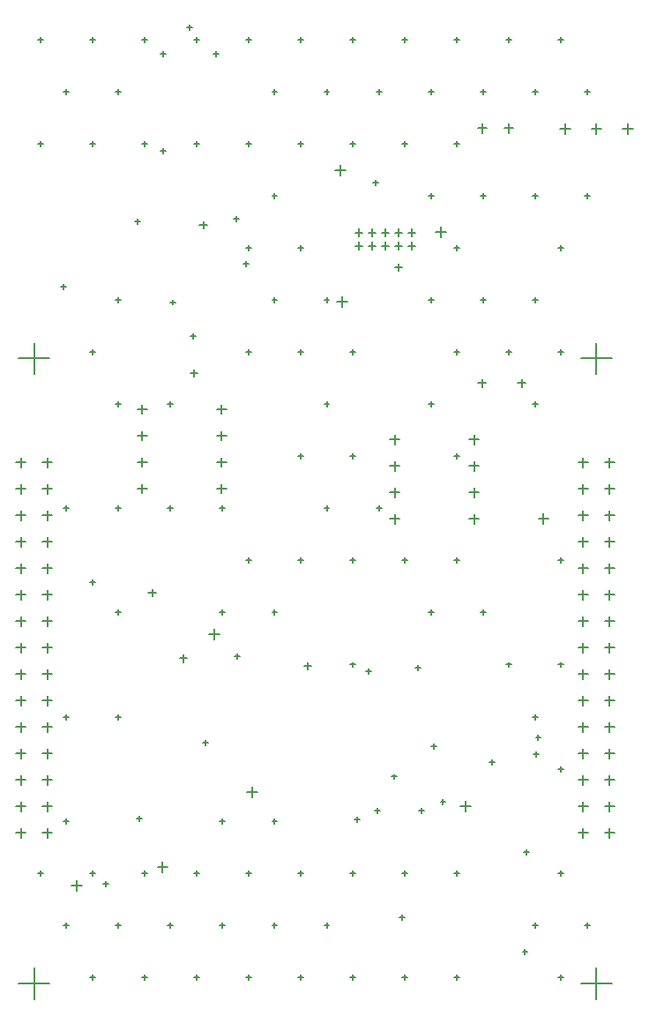
<source format=gbr>
G04 Layer_Color=128*
%FSLAX26Y26*%
%MOIN*%
%TF.FileFunction,Drillmap*%
%TF.Part,Single*%
G01*
G75*
%TA.AperFunction,NonConductor*%
%ADD53C,0.005000*%
D53*
X283780Y-2142522D02*
X323150D01*
X303465Y-2162207D02*
Y-2122837D01*
X578780Y-1057522D02*
X618150D01*
X598465Y-1077207D02*
Y-1037837D01*
X-189685Y260998D02*
X-150315D01*
X-170000Y241313D02*
Y280683D01*
X-1186220Y-2442522D02*
X-1146850D01*
X-1166535Y-2462207D02*
Y-2422837D01*
X660669Y415825D02*
X700039D01*
X680354Y396140D02*
Y435510D01*
X778780Y415825D02*
X818150D01*
X798465Y396140D02*
Y435510D01*
X896890Y415825D02*
X936260D01*
X916575Y396140D02*
Y435510D01*
X-861220Y-2372522D02*
X-821850D01*
X-841535Y-2392207D02*
Y-2352837D01*
X189315Y26998D02*
X228685D01*
X209000Y7313D02*
Y46683D01*
X-665992Y-1494207D02*
X-626622D01*
X-646307Y-1513892D02*
Y-1474522D01*
X-522992Y-2089207D02*
X-483622D01*
X-503307Y-2108892D02*
Y-2069522D01*
X-181685Y-235002D02*
X-142315D01*
X-162000Y-254687D02*
Y-215317D01*
X830452Y-2244018D02*
X866476D01*
X848464Y-2262030D02*
Y-2226006D01*
X830452Y-2144018D02*
X866476D01*
X848464Y-2162030D02*
Y-2126006D01*
X830452Y-2044018D02*
X866476D01*
X848464Y-2062030D02*
Y-2026006D01*
X830452Y-1944018D02*
X866476D01*
X848464Y-1962030D02*
Y-1926006D01*
X830452Y-1844018D02*
X866476D01*
X848464Y-1862030D02*
Y-1826006D01*
X830452Y-1744018D02*
X866476D01*
X848464Y-1762030D02*
Y-1726006D01*
X830452Y-1644018D02*
X866476D01*
X848464Y-1662030D02*
Y-1626006D01*
X830452Y-1544018D02*
X866476D01*
X848464Y-1562030D02*
Y-1526006D01*
X830452Y-1444018D02*
X866476D01*
X848464Y-1462030D02*
Y-1426006D01*
X830452Y-1344018D02*
X866476D01*
X848464Y-1362030D02*
Y-1326006D01*
X830452Y-1244018D02*
X866476D01*
X848464Y-1262030D02*
Y-1226006D01*
X830452Y-1144018D02*
X866476D01*
X848464Y-1162030D02*
Y-1126006D01*
X830452Y-1044018D02*
X866476D01*
X848464Y-1062030D02*
Y-1026006D01*
X830452Y-944018D02*
X866476D01*
X848464Y-962030D02*
Y-926006D01*
X830452Y-844018D02*
X866476D01*
X848464Y-862030D02*
Y-826006D01*
X730452Y-2244018D02*
X766476D01*
X748464Y-2262030D02*
Y-2226006D01*
X730452Y-2144018D02*
X766476D01*
X748464Y-2162030D02*
Y-2126006D01*
X730452Y-2044018D02*
X766476D01*
X748464Y-2062030D02*
Y-2026006D01*
X730452Y-1944018D02*
X766476D01*
X748464Y-1962030D02*
Y-1926006D01*
X730452Y-1844018D02*
X766476D01*
X748464Y-1862030D02*
Y-1826006D01*
X730452Y-1744018D02*
X766476D01*
X748464Y-1762030D02*
Y-1726006D01*
X730452Y-1644018D02*
X766476D01*
X748464Y-1662030D02*
Y-1626006D01*
X730452Y-1544018D02*
X766476D01*
X748464Y-1562030D02*
Y-1526006D01*
X730452Y-1444018D02*
X766476D01*
X748464Y-1462030D02*
Y-1426006D01*
X730452Y-1344018D02*
X766476D01*
X748464Y-1362030D02*
Y-1326006D01*
X730452Y-1244018D02*
X766476D01*
X748464Y-1262030D02*
Y-1226006D01*
X730452Y-1144018D02*
X766476D01*
X748464Y-1162030D02*
Y-1126006D01*
X730452Y-1044018D02*
X766476D01*
X748464Y-1062030D02*
Y-1026006D01*
X730452Y-944018D02*
X766476D01*
X748464Y-962030D02*
Y-926006D01*
X730452Y-844018D02*
X766476D01*
X748464Y-862030D02*
Y-826006D01*
X-1395532Y-844018D02*
X-1359508D01*
X-1377520Y-862030D02*
Y-826006D01*
X-1395532Y-944018D02*
X-1359508D01*
X-1377520Y-962030D02*
Y-926006D01*
X-1395532Y-1044018D02*
X-1359508D01*
X-1377520Y-1062030D02*
Y-1026006D01*
X-1395532Y-1144018D02*
X-1359508D01*
X-1377520Y-1162030D02*
Y-1126006D01*
X-1395532Y-1244018D02*
X-1359508D01*
X-1377520Y-1262030D02*
Y-1226006D01*
X-1395532Y-1344018D02*
X-1359508D01*
X-1377520Y-1362030D02*
Y-1326006D01*
X-1395532Y-1444018D02*
X-1359508D01*
X-1377520Y-1462030D02*
Y-1426006D01*
X-1395532Y-1544018D02*
X-1359508D01*
X-1377520Y-1562030D02*
Y-1526006D01*
X-1395532Y-1644018D02*
X-1359508D01*
X-1377520Y-1662030D02*
Y-1626006D01*
X-1395532Y-1744018D02*
X-1359508D01*
X-1377520Y-1762030D02*
Y-1726006D01*
X-1395532Y-1844018D02*
X-1359508D01*
X-1377520Y-1862030D02*
Y-1826006D01*
X-1395532Y-1944018D02*
X-1359508D01*
X-1377520Y-1962030D02*
Y-1926006D01*
X-1395532Y-2044018D02*
X-1359508D01*
X-1377520Y-2062030D02*
Y-2026006D01*
X-1395532Y-2144018D02*
X-1359508D01*
X-1377520Y-2162030D02*
Y-2126006D01*
X-1395532Y-2244018D02*
X-1359508D01*
X-1377520Y-2262030D02*
Y-2226006D01*
X-1295532Y-844018D02*
X-1259508D01*
X-1277520Y-862030D02*
Y-826006D01*
X-1295532Y-944018D02*
X-1259508D01*
X-1277520Y-962030D02*
Y-926006D01*
X-1295532Y-1044018D02*
X-1259508D01*
X-1277520Y-1062030D02*
Y-1026006D01*
X-1295532Y-1144018D02*
X-1259508D01*
X-1277520Y-1162030D02*
Y-1126006D01*
X-1295532Y-1244018D02*
X-1259508D01*
X-1277520Y-1262030D02*
Y-1226006D01*
X-1295532Y-1344018D02*
X-1259508D01*
X-1277520Y-1362030D02*
Y-1326006D01*
X-1295532Y-1444018D02*
X-1259508D01*
X-1277520Y-1462030D02*
Y-1426006D01*
X-1295532Y-1544018D02*
X-1259508D01*
X-1277520Y-1562030D02*
Y-1526006D01*
X-1295532Y-1644018D02*
X-1259508D01*
X-1277520Y-1662030D02*
Y-1626006D01*
X-1295532Y-1744018D02*
X-1259508D01*
X-1277520Y-1762030D02*
Y-1726006D01*
X-1295532Y-1844018D02*
X-1259508D01*
X-1277520Y-1862030D02*
Y-1826006D01*
X-1295532Y-1944018D02*
X-1259508D01*
X-1277520Y-1962030D02*
Y-1926006D01*
X-1295532Y-2044018D02*
X-1259508D01*
X-1277520Y-2062030D02*
Y-2026006D01*
X-1295532Y-2144018D02*
X-1259508D01*
X-1277520Y-2162030D02*
Y-2126006D01*
X-1295532Y-2244018D02*
X-1259508D01*
X-1277520Y-2262030D02*
Y-2226006D01*
X449087Y419998D02*
X484913D01*
X467000Y402085D02*
Y437911D01*
X349087Y419998D02*
X384913D01*
X367000Y402085D02*
Y437911D01*
X501142Y-543900D02*
X531142D01*
X516142Y-558900D02*
Y-528900D01*
X351536Y-543900D02*
X381536D01*
X366536Y-558900D02*
Y-528900D01*
X-851000Y698998D02*
X-831000D01*
X-841000Y688998D02*
Y708998D01*
X-651000Y698998D02*
X-631000D01*
X-641000Y688998D02*
Y708998D01*
X-751000Y798998D02*
X-731000D01*
X-741000Y788998D02*
Y808998D01*
X18000Y-757592D02*
X53432D01*
X35716Y-775308D02*
Y-739875D01*
X18000Y-857592D02*
X53432D01*
X35716Y-875308D02*
Y-839875D01*
X18000Y-957592D02*
X53432D01*
X35716Y-975308D02*
Y-939875D01*
X18000Y-1057592D02*
X53432D01*
X35716Y-1075309D02*
Y-1039876D01*
X318000Y-757592D02*
X353433D01*
X335716Y-775308D02*
Y-739875D01*
X318000Y-857592D02*
X353433D01*
X335716Y-875308D02*
Y-839875D01*
X318000Y-957592D02*
X353433D01*
X335716Y-975308D02*
Y-939875D01*
X318000Y-1057592D02*
X353433D01*
X335716Y-1075309D02*
Y-1039876D01*
X-1386575Y-2812522D02*
X-1268465D01*
X-1327520Y-2871577D02*
Y-2753467D01*
X739409Y-2812522D02*
X857519D01*
X798464Y-2871577D02*
Y-2753467D01*
X-1386575Y-450316D02*
X-1268465D01*
X-1327520Y-509371D02*
Y-391261D01*
X739409Y-450316D02*
X857519D01*
X798464Y-509371D02*
Y-391261D01*
X86000Y25000D02*
X114000D01*
X100000Y11000D02*
Y39000D01*
X86000Y-25000D02*
X114000D01*
X100000Y-39000D02*
Y-11000D01*
X36000Y25000D02*
X64000D01*
X50000Y11000D02*
Y39000D01*
X36000Y-25000D02*
X64000D01*
X50000Y-39000D02*
Y-11000D01*
X-14000Y25000D02*
X14000D01*
X0Y11000D02*
Y39000D01*
X-14000Y-25000D02*
X14000D01*
X0Y-39000D02*
Y-11000D01*
X-64000Y25000D02*
X-36000D01*
X-50000Y11000D02*
Y39000D01*
X-64000Y-25000D02*
X-36000D01*
X-50000Y-39000D02*
Y-11000D01*
X-114000Y25000D02*
X-86000D01*
X-100000Y11000D02*
Y39000D01*
X-114000Y-25000D02*
X-86000D01*
X-100000Y-39000D02*
Y-11000D01*
X-636716Y-943002D02*
X-601284D01*
X-619000Y-960718D02*
Y-925285D01*
X-636716Y-843002D02*
X-601284D01*
X-619000Y-860718D02*
Y-825285D01*
X-636716Y-743002D02*
X-601284D01*
X-619000Y-760718D02*
Y-725285D01*
X-636716Y-643002D02*
X-601284D01*
X-619000Y-660718D02*
Y-625285D01*
X-936716Y-943002D02*
X-901284D01*
X-919000Y-960718D02*
Y-925285D01*
X-936716Y-843002D02*
X-901284D01*
X-919000Y-860718D02*
Y-825285D01*
X-936716Y-743002D02*
X-901284D01*
X-919000Y-760718D02*
Y-725285D01*
X-936716Y-643002D02*
X-901284D01*
X-919000Y-660718D02*
Y-625285D01*
X-573842Y77000D02*
X-554158D01*
X-564000Y67157D02*
Y86843D01*
X36000Y-107040D02*
X64000D01*
X50000Y-121040D02*
Y-93040D01*
X127204Y-2158979D02*
X146889D01*
X137047Y-2168821D02*
Y-2149136D01*
X-116890Y-2194412D02*
X-97205D01*
X-107048Y-2204254D02*
Y-2184569D01*
X-38150Y-2158979D02*
X-18465D01*
X-28307Y-2168821D02*
Y-2149136D01*
X654654Y754298D02*
X674339D01*
X664496Y744455D02*
Y764140D01*
X753079Y557447D02*
X772764D01*
X762922Y547605D02*
Y567290D01*
X753079Y163746D02*
X772764D01*
X762922Y153904D02*
Y173589D01*
X654654Y-33104D02*
X674339D01*
X664496Y-42947D02*
Y-23262D01*
X654654Y-426805D02*
X674339D01*
X664496Y-436647D02*
Y-416962D01*
X654654Y-1214206D02*
X674339D01*
X664496Y-1224049D02*
Y-1204364D01*
X654654Y-1607907D02*
X674339D01*
X664496Y-1617750D02*
Y-1598065D01*
X654654Y-2001608D02*
X674339D01*
X664496Y-2011450D02*
Y-1991765D01*
X654654Y-2395309D02*
X674339D01*
X664496Y-2405151D02*
Y-2385466D01*
X753079Y-2592159D02*
X772764D01*
X762922Y-2602002D02*
Y-2582317D01*
X654654Y-2789010D02*
X674339D01*
X664496Y-2798852D02*
Y-2779167D01*
X457803Y754298D02*
X477488D01*
X467646Y744455D02*
Y764140D01*
X556229Y557447D02*
X575914D01*
X566071Y547605D02*
Y567290D01*
X556229Y163746D02*
X575914D01*
X566071Y153904D02*
Y173589D01*
X556229Y-229954D02*
X575914D01*
X566071Y-239797D02*
Y-220112D01*
X457803Y-426805D02*
X477488D01*
X467646Y-436647D02*
Y-416962D01*
X556229Y-623655D02*
X575914D01*
X566071Y-633498D02*
Y-613813D01*
X457803Y-1607907D02*
X477488D01*
X467646Y-1617750D02*
Y-1598065D01*
X556229Y-1804758D02*
X575914D01*
X566071Y-1814600D02*
Y-1794915D01*
X556229Y-2592159D02*
X575914D01*
X566071Y-2602002D02*
Y-2582317D01*
X260953Y754298D02*
X280638D01*
X270796Y744455D02*
Y764140D01*
X359378Y557447D02*
X379063D01*
X369221Y547605D02*
Y567290D01*
X260953Y360597D02*
X280638D01*
X270796Y350754D02*
Y370439D01*
X359378Y163746D02*
X379063D01*
X369221Y153904D02*
Y173589D01*
X260953Y-33104D02*
X280638D01*
X270796Y-42947D02*
Y-23262D01*
X359378Y-229954D02*
X379063D01*
X369221Y-239797D02*
Y-220112D01*
X260953Y-426805D02*
X280638D01*
X270796Y-436647D02*
Y-416962D01*
X260953Y-820506D02*
X280638D01*
X270796Y-830348D02*
Y-810663D01*
X260953Y-1214206D02*
X280638D01*
X270796Y-1224049D02*
Y-1204364D01*
X359378Y-1411057D02*
X379063D01*
X369221Y-1420899D02*
Y-1401214D01*
X260953Y-2395309D02*
X280638D01*
X270796Y-2405151D02*
Y-2385466D01*
X260953Y-2789010D02*
X280638D01*
X270796Y-2798852D02*
Y-2779167D01*
X64103Y754298D02*
X83788D01*
X73945Y744455D02*
Y764140D01*
X162528Y557447D02*
X182213D01*
X172370Y547605D02*
Y567290D01*
X64103Y360597D02*
X83788D01*
X73945Y350754D02*
Y370439D01*
X162528Y163746D02*
X182213D01*
X172370Y153904D02*
Y173589D01*
X162528Y-229954D02*
X182213D01*
X172370Y-239797D02*
Y-220112D01*
X162528Y-623655D02*
X182213D01*
X172370Y-633498D02*
Y-613813D01*
X64103Y-1214206D02*
X83788D01*
X73945Y-1224049D02*
Y-1204364D01*
X162528Y-1411057D02*
X182213D01*
X172370Y-1420899D02*
Y-1401214D01*
X64103Y-2395309D02*
X83788D01*
X73945Y-2405151D02*
Y-2385466D01*
X64103Y-2789010D02*
X83788D01*
X73945Y-2798852D02*
Y-2779167D01*
X-132748Y754298D02*
X-113063D01*
X-122905Y744455D02*
Y764140D01*
X-34322Y557447D02*
X-14637D01*
X-24480Y547605D02*
Y567290D01*
X-132748Y360597D02*
X-113063D01*
X-122905Y350754D02*
Y370439D01*
X-132748Y-426805D02*
X-113063D01*
X-122905Y-436647D02*
Y-416962D01*
X-132748Y-820506D02*
X-113063D01*
X-122905Y-830348D02*
Y-810663D01*
X-34322Y-1017356D02*
X-14637D01*
X-24480Y-1027198D02*
Y-1007514D01*
X-132748Y-1214206D02*
X-113063D01*
X-122905Y-1224049D02*
Y-1204364D01*
X-132748Y-1607907D02*
X-113063D01*
X-122905Y-1617750D02*
Y-1598065D01*
X-132748Y-2395309D02*
X-113063D01*
X-122905Y-2405151D02*
Y-2385466D01*
X-132748Y-2789010D02*
X-113063D01*
X-122905Y-2798852D02*
Y-2779167D01*
X-329598Y754298D02*
X-309913D01*
X-319756Y744455D02*
Y764140D01*
X-231173Y557447D02*
X-211488D01*
X-221330Y547605D02*
Y567290D01*
X-329598Y360597D02*
X-309913D01*
X-319756Y350754D02*
Y370439D01*
X-329598Y-33104D02*
X-309913D01*
X-319756Y-42947D02*
Y-23262D01*
X-231173Y-229954D02*
X-211488D01*
X-221330Y-239797D02*
Y-220112D01*
X-329598Y-426805D02*
X-309913D01*
X-319756Y-436647D02*
Y-416962D01*
X-231173Y-623655D02*
X-211488D01*
X-221330Y-633498D02*
Y-613813D01*
X-329598Y-820506D02*
X-309913D01*
X-319756Y-830348D02*
Y-810663D01*
X-231173Y-1017356D02*
X-211488D01*
X-221330Y-1027198D02*
Y-1007514D01*
X-329598Y-1214206D02*
X-309913D01*
X-319756Y-1224049D02*
Y-1204364D01*
X-329598Y-2395309D02*
X-309913D01*
X-319756Y-2405151D02*
Y-2385466D01*
X-231173Y-2592159D02*
X-211488D01*
X-221330Y-2602002D02*
Y-2582317D01*
X-329598Y-2789010D02*
X-309913D01*
X-319756Y-2798852D02*
Y-2779167D01*
X-526448Y754298D02*
X-506764D01*
X-516606Y744455D02*
Y764140D01*
X-428023Y557447D02*
X-408338D01*
X-418181Y547605D02*
Y567290D01*
X-526448Y360597D02*
X-506764D01*
X-516606Y350754D02*
Y370439D01*
X-428023Y163746D02*
X-408338D01*
X-418181Y153904D02*
Y173589D01*
X-526448Y-33104D02*
X-506764D01*
X-516606Y-42947D02*
Y-23262D01*
X-428023Y-229954D02*
X-408338D01*
X-418181Y-239797D02*
Y-220112D01*
X-526448Y-426805D02*
X-506764D01*
X-516606Y-436647D02*
Y-416962D01*
X-526448Y-1214206D02*
X-506764D01*
X-516606Y-1224049D02*
Y-1204364D01*
X-428023Y-1411057D02*
X-408338D01*
X-418181Y-1420899D02*
Y-1401214D01*
X-428023Y-2198458D02*
X-408338D01*
X-418181Y-2208301D02*
Y-2188616D01*
X-526448Y-2395309D02*
X-506764D01*
X-516606Y-2405151D02*
Y-2385466D01*
X-428023Y-2592159D02*
X-408338D01*
X-418181Y-2602002D02*
Y-2582317D01*
X-526448Y-2789010D02*
X-506764D01*
X-516606Y-2798852D02*
Y-2779167D01*
X-723299Y754298D02*
X-703614D01*
X-713456Y744455D02*
Y764140D01*
X-723299Y360597D02*
X-703614D01*
X-713456Y350754D02*
Y370439D01*
X-624874Y-1017356D02*
X-605189D01*
X-615031Y-1027198D02*
Y-1007514D01*
X-624874Y-1411057D02*
X-605189D01*
X-615031Y-1420899D02*
Y-1401214D01*
X-624874Y-2198458D02*
X-605189D01*
X-615031Y-2208301D02*
Y-2188616D01*
X-723299Y-2395309D02*
X-703614D01*
X-713456Y-2405151D02*
Y-2385466D01*
X-624874Y-2592159D02*
X-605189D01*
X-615031Y-2602002D02*
Y-2582317D01*
X-723299Y-2789010D02*
X-703614D01*
X-713456Y-2798852D02*
Y-2779167D01*
X-920149Y754298D02*
X-900464D01*
X-910307Y744455D02*
Y764140D01*
X-920149Y360597D02*
X-900464D01*
X-910307Y350754D02*
Y370439D01*
X-821724Y-623655D02*
X-802039D01*
X-811882Y-633498D02*
Y-613813D01*
X-821724Y-1017356D02*
X-802039D01*
X-811882Y-1027198D02*
Y-1007514D01*
X-920149Y-2395309D02*
X-900464D01*
X-910307Y-2405151D02*
Y-2385466D01*
X-821724Y-2592159D02*
X-802039D01*
X-811882Y-2602002D02*
Y-2582317D01*
X-920149Y-2789010D02*
X-900464D01*
X-910307Y-2798852D02*
Y-2779167D01*
X-1117000Y754298D02*
X-1097315D01*
X-1107157Y744455D02*
Y764140D01*
X-1018574Y557447D02*
X-998889D01*
X-1008732Y547605D02*
Y567290D01*
X-1117000Y360597D02*
X-1097315D01*
X-1107157Y350754D02*
Y370439D01*
X-1018574Y-229954D02*
X-998889D01*
X-1008732Y-239797D02*
Y-220112D01*
X-1117000Y-426805D02*
X-1097315D01*
X-1107157Y-436647D02*
Y-416962D01*
X-1018574Y-623655D02*
X-998889D01*
X-1008732Y-633498D02*
Y-613813D01*
X-1018574Y-1017356D02*
X-998889D01*
X-1008732Y-1027198D02*
Y-1007514D01*
X-1018574Y-1411057D02*
X-998889D01*
X-1008732Y-1420899D02*
Y-1401214D01*
X-1018574Y-1804758D02*
X-998889D01*
X-1008732Y-1814600D02*
Y-1794915D01*
X-1117000Y-2395309D02*
X-1097315D01*
X-1107157Y-2405151D02*
Y-2385466D01*
X-1018574Y-2592159D02*
X-998889D01*
X-1008732Y-2602002D02*
Y-2582317D01*
X-1117000Y-2789010D02*
X-1097315D01*
X-1107157Y-2798852D02*
Y-2779167D01*
X-1313850Y754298D02*
X-1294165D01*
X-1304008Y744455D02*
Y764140D01*
X-1215425Y557447D02*
X-1195740D01*
X-1205582Y547605D02*
Y567290D01*
X-1313850Y360597D02*
X-1294165D01*
X-1304008Y350754D02*
Y370439D01*
X-1215425Y-1017356D02*
X-1195740D01*
X-1205582Y-1027198D02*
Y-1007514D01*
X-1215425Y-1804758D02*
X-1195740D01*
X-1205582Y-1814600D02*
Y-1794915D01*
X-1215425Y-2198458D02*
X-1195740D01*
X-1205582Y-2208301D02*
Y-2188616D01*
X-1313850Y-2395309D02*
X-1294165D01*
X-1304008Y-2405151D02*
Y-2385466D01*
X-1215425Y-2592159D02*
X-1195740D01*
X-1205582Y-2602002D02*
Y-2582317D01*
X53621Y-2562522D02*
X73306D01*
X63464Y-2572365D02*
Y-2552680D01*
X518621Y-2692522D02*
X538307D01*
X528464Y-2702365D02*
Y-2682680D01*
X523621Y-2317522D02*
X543307D01*
X533464Y-2327365D02*
Y-2307680D01*
X208621Y-2127522D02*
X228306D01*
X218464Y-2137365D02*
Y-2117680D01*
X568621Y-1882522D02*
X588307D01*
X578464Y-1892364D02*
Y-1872679D01*
X173621Y-1917522D02*
X193306D01*
X183464Y-1927364D02*
Y-1907679D01*
X393622Y-1977522D02*
X413307D01*
X403464Y-1987364D02*
Y-1967679D01*
X-1066379Y-2437522D02*
X-1046694D01*
X-1056536Y-2447365D02*
Y-2427680D01*
X-895110Y-1337112D02*
X-867110D01*
X-881110Y-1351112D02*
Y-1323112D01*
X-778110Y-1584410D02*
X-750110D01*
X-764110Y-1598410D02*
Y-1570410D01*
X-737000Y-507002D02*
X-709000D01*
X-723000Y-521002D02*
Y-493002D01*
X-736379Y-367522D02*
X-716693D01*
X-726536Y-377365D02*
Y-357680D01*
X-946379Y67478D02*
X-926693D01*
X-936536Y57636D02*
Y77320D01*
X-1116258Y-1295316D02*
X-1096573D01*
X-1106416Y-1305159D02*
Y-1285474D01*
X-534952Y-93892D02*
X-515268D01*
X-525110Y-103734D02*
Y-84049D01*
X-568259Y-1577316D02*
X-548573D01*
X-558416Y-1587159D02*
Y-1567474D01*
X114749Y-1619842D02*
X134435D01*
X124592Y-1629685D02*
Y-1609999D01*
X24994Y-2031206D02*
X44678D01*
X34836Y-2041049D02*
Y-2021363D01*
X-307306Y-1612206D02*
X-279306D01*
X-293306Y-1626206D02*
Y-1598206D01*
X561851Y-1947206D02*
X581537D01*
X571694Y-1957049D02*
Y-1937363D01*
X-1224842Y-180002D02*
X-1205158D01*
X-1215000Y-189845D02*
Y-170160D01*
X-702000Y52998D02*
X-674000D01*
X-688000Y38998D02*
Y66998D01*
X-74459Y-1632206D02*
X-54773D01*
X-64616Y-1642049D02*
Y-1622363D01*
X-849842Y334998D02*
X-830158D01*
X-840000Y325156D02*
Y344841D01*
X-812842Y-238002D02*
X-793158D01*
X-803000Y-247845D02*
Y-228160D01*
X-47337Y214998D02*
X-27651D01*
X-37494Y205155D02*
Y224840D01*
X-689149Y-1904206D02*
X-669463D01*
X-679306Y-1914049D02*
Y-1894363D01*
X-939361Y-2191042D02*
X-919676D01*
X-929518Y-2200885D02*
Y-2181200D01*
%TF.MD5,af01fe214f035f0c898dabe7db3140a7*%
M02*

</source>
